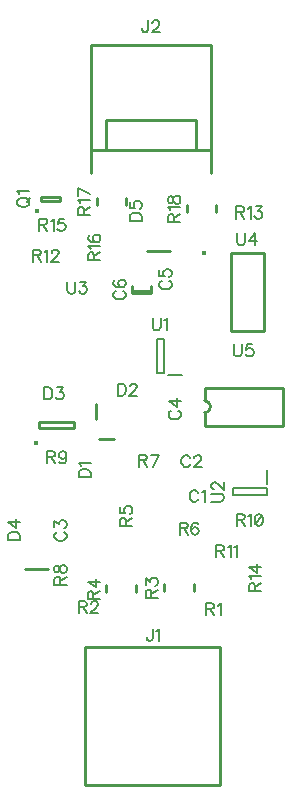
<source format=gto>
G04 DipTrace 3.3.1.3*
G04 REV0_DieselTach_Filter_MSP.gto*
%MOIN*%
G04 #@! TF.FileFunction,Legend,Top*
G04 #@! TF.Part,Single*
%ADD10C,0.009843*%
%ADD20C,0.015404*%
%ADD25C,0.01576*%
%ADD32C,0.007874*%
%ADD35C,0.015431*%
%ADD83C,0.006176*%
%FSLAX26Y26*%
G04*
G70*
G90*
G75*
G01*
G04 TopSilk*
%LPD*%
X881414Y2050738D2*
D10*
X818485D1*
X881414Y2043289D2*
X818485D1*
X881414D2*
Y2066848D1*
X818485Y2043289D2*
Y2066848D1*
X756201Y1558021D2*
X706198D1*
X698129Y1674952D2*
Y1624949D1*
D20*
X497648Y1544591D3*
X506849Y1594733D2*
D10*
X624954D1*
Y1614418D1*
X506849D1*
Y1594733D1*
X462449Y1122440D2*
X537449D1*
X868699Y2184940D2*
X943699D1*
X1112449Y402404D2*
X662449D1*
Y864918D1*
X1112449D1*
Y402404D1*
X731399Y2618706D2*
X1031199D1*
Y2518716D1*
X731399D1*
Y2618706D1*
X681199Y2868681D2*
X1081199D1*
Y2518716D1*
X681199D1*
Y2868681D1*
X1081199Y2543691D2*
Y2443701D1*
X681199Y2543691D2*
Y2443701D1*
X513137Y2350541D2*
X576134D1*
Y2362352D1*
X513137D1*
Y2350541D1*
D25*
X501329Y2317083D3*
X925733Y1049539D2*
D10*
Y1073098D1*
X1024166Y1049539D2*
Y1073098D1*
X830416Y1069112D2*
Y1045553D1*
X731983Y1069112D2*
Y1045553D1*
X700733Y2337039D2*
Y2360598D1*
X799166Y2337039D2*
Y2360598D1*
X1000733Y2312039D2*
Y2335598D1*
X1099166Y2312039D2*
Y2335598D1*
X923006Y1775361D2*
D32*
X899394D1*
Y1889539D1*
X923006D1*
Y1775361D1*
X984039Y1769464D2*
X936797D1*
X1267039Y1393006D2*
Y1369394D1*
X1152861D1*
Y1393006D1*
X1267039D1*
X1269009Y1454039D2*
Y1406797D1*
D35*
X1057255Y2175780D3*
X1146505Y2176819D2*
D10*
Y1916989D1*
X1256740Y2176819D2*
Y1916989D1*
X1146505D2*
X1256740D1*
X1146505Y2176819D2*
X1256740D1*
X1060179Y1600990D2*
X1320035D1*
X1060179Y1727258D2*
X1320035D1*
Y1600990D2*
Y1727258D1*
X1060179Y1600990D2*
Y1644376D1*
Y1683872D2*
Y1727258D1*
Y1644376D2*
G03X1060179Y1683872I1J19748D01*
G01*
X1038325Y1377413D2*
D83*
X1036424Y1381215D1*
X1032577Y1385062D1*
X1028774Y1386964D1*
X1021125D1*
X1017278Y1385062D1*
X1013476Y1381215D1*
X1011530Y1377413D1*
X1009629Y1371665D1*
Y1362070D1*
X1011530Y1356366D1*
X1013476Y1352520D1*
X1017278Y1348717D1*
X1021125Y1346771D1*
X1028774D1*
X1032577Y1348717D1*
X1036424Y1352520D1*
X1038325Y1356366D1*
X1050676Y1379270D2*
X1054523Y1381215D1*
X1060271Y1386919D1*
Y1346771D1*
X1011260Y1493664D2*
X1009358Y1497466D1*
X1005512Y1501313D1*
X1001709Y1503214D1*
X994060D1*
X990213Y1501313D1*
X986411Y1497466D1*
X984465Y1493664D1*
X982564Y1487916D1*
Y1478321D1*
X984465Y1472617D1*
X986411Y1468770D1*
X990213Y1464968D1*
X994060Y1463022D1*
X1001709D1*
X1005512Y1464968D1*
X1009358Y1468770D1*
X1011260Y1472617D1*
X1025557Y1493619D2*
Y1495521D1*
X1027458Y1499367D1*
X1029359Y1501269D1*
X1033206Y1503170D1*
X1040855D1*
X1044658Y1501269D1*
X1046559Y1499367D1*
X1048505Y1495521D1*
Y1491718D1*
X1046559Y1487871D1*
X1042756Y1482168D1*
X1023611Y1463022D1*
X1050406D1*
X568736Y1246940D2*
X564934Y1245039D1*
X561087Y1241192D1*
X559186Y1237390D1*
Y1229740D1*
X561087Y1225894D1*
X564934Y1222091D1*
X568736Y1220146D1*
X574484Y1218244D1*
X584079D1*
X589783Y1220146D1*
X593630Y1222091D1*
X597432Y1225894D1*
X599378Y1229740D1*
Y1237390D1*
X597432Y1241192D1*
X593630Y1245039D1*
X589783Y1246940D1*
X559230Y1263138D2*
Y1284141D1*
X574529Y1272689D1*
Y1278437D1*
X576430Y1282240D1*
X578331Y1284141D1*
X584079Y1286086D1*
X587882D1*
X593630Y1284141D1*
X597477Y1280338D1*
X599378Y1274590D1*
Y1268842D1*
X597477Y1263138D1*
X595531Y1261237D1*
X591729Y1259292D1*
X948893Y1651414D2*
X945091Y1649512D1*
X941244Y1645665D1*
X939343Y1641863D1*
Y1634214D1*
X941244Y1630367D1*
X945091Y1626564D1*
X948893Y1624619D1*
X954641Y1622718D1*
X964236D1*
X969940Y1624619D1*
X973787Y1626564D1*
X977589Y1630367D1*
X979535Y1634214D1*
Y1641863D1*
X977589Y1645665D1*
X973787Y1649512D1*
X969940Y1651413D1*
X979535Y1682910D2*
X939387D1*
X966137Y1663765D1*
Y1692461D1*
X918736Y2084440D2*
X914934Y2082539D1*
X911087Y2078692D1*
X909186Y2074890D1*
Y2067240D1*
X911087Y2063394D1*
X914934Y2059591D1*
X918736Y2057646D1*
X924484Y2055744D1*
X934079D1*
X939783Y2057646D1*
X943630Y2059591D1*
X947432Y2063394D1*
X949378Y2067240D1*
Y2074890D1*
X947432Y2078692D1*
X943630Y2082539D1*
X939783Y2084440D1*
X909230Y2119740D2*
Y2100638D1*
X926430Y2098737D1*
X924529Y2100638D1*
X922583Y2106386D1*
Y2112090D1*
X924529Y2117838D1*
X928331Y2121685D1*
X934079Y2123586D1*
X937882D1*
X943630Y2121685D1*
X947477Y2117838D1*
X949378Y2112090D1*
Y2106386D1*
X947477Y2100638D1*
X945531Y2098737D1*
X941729Y2096792D1*
X765488Y2050817D2*
X761686Y2048915D1*
X757839Y2045069D1*
X755938Y2041266D1*
Y2033617D1*
X757839Y2029770D1*
X761686Y2025967D1*
X765488Y2024022D1*
X771236Y2022121D1*
X780831D1*
X786535Y2024022D1*
X790382Y2025967D1*
X794184Y2029770D1*
X796130Y2033617D1*
Y2041266D1*
X794184Y2045068D1*
X790382Y2048915D1*
X786535Y2050817D1*
X761686Y2086116D2*
X757883Y2084215D1*
X755982Y2078467D1*
Y2074664D1*
X757883Y2068916D1*
X763631Y2065069D1*
X773182Y2063168D1*
X782733D1*
X790382Y2065069D1*
X794229Y2068916D1*
X796130Y2074664D1*
Y2076565D1*
X794229Y2082269D1*
X790382Y2086116D1*
X784634Y2088017D1*
X782733D1*
X776985Y2086116D1*
X773182Y2082269D1*
X771281Y2076565D1*
Y2074664D1*
X773182Y2068916D1*
X776985Y2065069D1*
X782733Y2063168D1*
X639550Y1428975D2*
X679742D1*
Y1442372D1*
X677797Y1448120D1*
X673994Y1451967D1*
X670147Y1453868D1*
X664443Y1455770D1*
X654849D1*
X649101Y1453868D1*
X645298Y1451967D1*
X641451Y1448120D1*
X639550Y1442372D1*
Y1428975D1*
X647244Y1468121D2*
X645298Y1471968D1*
X639594Y1477716D1*
X679742D1*
X769834Y1741600D2*
Y1701408D1*
X783232D1*
X788980Y1703353D1*
X792826Y1707156D1*
X794728Y1711003D1*
X796629Y1716707D1*
Y1726301D1*
X794728Y1732049D1*
X792826Y1735852D1*
X788980Y1739699D1*
X783232Y1741600D1*
X769834D1*
X810926Y1732005D2*
Y1733906D1*
X812827Y1737753D1*
X814728Y1739654D1*
X818575Y1741556D1*
X826224D1*
X830027Y1739654D1*
X831928Y1737753D1*
X833874Y1733906D1*
Y1730104D1*
X831928Y1726257D1*
X828126Y1720553D1*
X808980Y1701408D1*
X835775D1*
X524480Y1729099D2*
Y1688907D1*
X537877D1*
X543625Y1690852D1*
X547472Y1694655D1*
X549373Y1698501D1*
X551274Y1704205D1*
Y1713800D1*
X549373Y1719548D1*
X547472Y1723351D1*
X543625Y1727197D1*
X537877Y1729099D1*
X524480D1*
X567472Y1729054D2*
X588475D1*
X577023Y1713756D1*
X582771D1*
X586574Y1711855D1*
X588475Y1709953D1*
X590420Y1704205D1*
Y1700403D1*
X588475Y1694655D1*
X584672Y1690808D1*
X578924Y1688907D1*
X573176D1*
X567472Y1690808D1*
X565571Y1692753D1*
X563626Y1696556D1*
X403871Y1221246D2*
X444063D1*
Y1234643D1*
X442117Y1240391D1*
X438315Y1244238D1*
X434468Y1246139D1*
X428764Y1248040D1*
X419170D1*
X413422Y1246139D1*
X409619Y1244238D1*
X405772Y1240391D1*
X403871Y1234643D1*
Y1221246D1*
X444063Y1279537D2*
X403915D1*
X430666Y1260392D1*
Y1289088D1*
X810121Y2284696D2*
X850313D1*
Y2298094D1*
X848367Y2303842D1*
X844565Y2307688D1*
X840718Y2309590D1*
X835014Y2311491D1*
X825420D1*
X819672Y2309590D1*
X815869Y2307688D1*
X812022Y2303842D1*
X810121Y2298094D1*
Y2284696D1*
X810165Y2346790D2*
Y2327689D1*
X827365Y2325788D1*
X825464Y2327689D1*
X823518Y2333437D1*
Y2339141D1*
X825464Y2344889D1*
X829266Y2348736D1*
X835014Y2350637D1*
X838817D1*
X844565Y2348736D1*
X848412Y2344889D1*
X850313Y2339141D1*
Y2333437D1*
X848412Y2327689D1*
X846466Y2325788D1*
X842664Y2323842D1*
X886049Y923496D2*
Y892899D1*
X884148Y887151D1*
X882202Y885250D1*
X878400Y883304D1*
X874553D1*
X870750Y885250D1*
X868849Y887151D1*
X866904Y892899D1*
Y896702D1*
X898400Y915803D2*
X902247Y917748D1*
X907995Y923452D1*
Y883304D1*
X871199Y2952279D2*
Y2921682D1*
X869298Y2915934D1*
X867352Y2914033D1*
X863550Y2912087D1*
X859703D1*
X855900Y2914033D1*
X853999Y2915934D1*
X852054Y2921682D1*
Y2925484D1*
X885496Y2942684D2*
Y2944586D1*
X887397Y2948432D1*
X889298Y2950334D1*
X893145Y2952235D1*
X900794D1*
X904597Y2950334D1*
X906498Y2948432D1*
X908444Y2944586D1*
Y2940783D1*
X906498Y2936936D1*
X902696Y2931232D1*
X883550Y2912087D1*
X910345D1*
X434871Y2341649D2*
X436728Y2337847D1*
X440575Y2334000D1*
X444421Y2332099D1*
X450169Y2330153D1*
X459720D1*
X465468Y2332099D1*
X469271Y2334000D1*
X473117Y2337847D1*
X475019Y2341649D1*
Y2349298D1*
X473117Y2353145D1*
X469271Y2356948D1*
X465468Y2358849D1*
X459720Y2360794D1*
X450170D1*
X444422Y2358849D1*
X440575Y2356948D1*
X436728Y2353145D1*
X434871Y2349298D1*
Y2341649D1*
X467369Y2347397D2*
X478865Y2358849D1*
X442564Y2373146D2*
X440619Y2376993D1*
X434915Y2382741D1*
X475063D1*
X1065293Y990319D2*
X1082493D1*
X1088241Y992264D1*
X1090187Y994166D1*
X1092088Y997968D1*
Y1001815D1*
X1090187Y1005617D1*
X1088241Y1007563D1*
X1082493Y1009464D1*
X1065293D1*
Y969272D1*
X1078691Y990319D2*
X1092088Y969272D1*
X1104440Y1001771D2*
X1108286Y1003716D1*
X1114034Y1009420D1*
Y969272D1*
X639764Y996569D2*
X656964D1*
X662712Y998514D1*
X664658Y1000416D1*
X666559Y1004218D1*
Y1008065D1*
X664658Y1011867D1*
X662712Y1013813D1*
X656964Y1015714D1*
X639764D1*
Y975522D1*
X653162Y996569D2*
X666559Y975522D1*
X680856Y1006119D2*
Y1008021D1*
X682757Y1011867D1*
X684659Y1013769D1*
X688505Y1015670D1*
X696155D1*
X699957Y1013769D1*
X701858Y1011867D1*
X703804Y1008021D1*
Y1004218D1*
X701858Y1000371D1*
X698056Y994668D1*
X678910Y975522D1*
X705705D1*
X882367Y1028349D2*
Y1045548D1*
X880421Y1051296D1*
X878520Y1053242D1*
X874717Y1055143D1*
X870871D1*
X867068Y1053242D1*
X865123Y1051296D1*
X863221Y1045548D1*
Y1028349D1*
X903413D1*
X882367Y1041746D2*
X903413Y1055143D1*
X863266Y1071341D2*
Y1092344D1*
X878564Y1080892D1*
Y1086640D1*
X880465Y1090442D1*
X882367Y1092344D1*
X888115Y1094289D1*
X891917D1*
X897665Y1092344D1*
X901512Y1088541D1*
X903413Y1082793D1*
Y1077045D1*
X901512Y1071341D1*
X899567Y1069440D1*
X895764Y1067494D1*
X688617Y1023412D2*
Y1040612D1*
X686671Y1046360D1*
X684770Y1048305D1*
X680967Y1050206D1*
X677121D1*
X673318Y1048305D1*
X671373Y1046360D1*
X669471Y1040612D1*
Y1023412D1*
X709663D1*
X688617Y1036809D2*
X709663Y1050206D1*
Y1081703D2*
X669516D1*
X696266Y1062558D1*
Y1091254D1*
X797082Y1268230D2*
Y1285430D1*
X795136Y1291178D1*
X793235Y1293123D1*
X789433Y1295024D1*
X785586D1*
X781783Y1293123D1*
X779838Y1291178D1*
X777937Y1285430D1*
X777936Y1268230D1*
X818129D1*
X797082Y1281627D2*
X818129Y1295024D1*
X777981Y1330324D2*
Y1311223D1*
X795181Y1309321D1*
X793279Y1311223D1*
X791334Y1316971D1*
Y1322674D1*
X793279Y1328422D1*
X797082Y1332269D1*
X802830Y1334170D1*
X806632D1*
X812381Y1332269D1*
X816227Y1328422D1*
X818129Y1322674D1*
Y1316971D1*
X816227Y1311222D1*
X814282Y1309321D1*
X810479Y1307376D1*
X976416Y1259069D2*
X993616D1*
X999364Y1261014D1*
X1001310Y1262916D1*
X1003211Y1266718D1*
Y1270565D1*
X1001310Y1274367D1*
X999364Y1276313D1*
X993616Y1278214D1*
X976416D1*
Y1238022D1*
X989814Y1259069D2*
X1003211Y1238022D1*
X1038510Y1272466D2*
X1036609Y1276269D1*
X1030861Y1278170D1*
X1027058D1*
X1021310Y1276269D1*
X1017464Y1270521D1*
X1015562Y1260970D1*
Y1251419D1*
X1017464Y1243770D1*
X1021310Y1239923D1*
X1027058Y1238022D1*
X1028960D1*
X1034664Y1239923D1*
X1038510Y1243770D1*
X1040412Y1249518D1*
Y1251419D1*
X1038510Y1257168D1*
X1034664Y1260970D1*
X1028960Y1262871D1*
X1027058D1*
X1021310Y1260970D1*
X1017464Y1257168D1*
X1015562Y1251419D1*
X840730Y1485318D2*
X857930D1*
X863678Y1487264D1*
X865623Y1489165D1*
X867524Y1492967D1*
Y1496814D1*
X865623Y1500617D1*
X863678Y1502562D1*
X857930Y1504464D1*
X840730D1*
Y1464271D1*
X854127Y1485318D2*
X867524Y1464271D1*
X887525D2*
X906670Y1504419D1*
X879876D1*
X578331Y1071038D2*
Y1088238D1*
X576386Y1093986D1*
X574485Y1095931D1*
X570682Y1097833D1*
X566835D1*
X563033Y1095931D1*
X561087Y1093986D1*
X559186Y1088238D1*
Y1071038D1*
X599378D1*
X578331Y1084435D2*
X599378Y1097833D1*
X559230Y1119735D2*
X561131Y1114031D1*
X564934Y1112085D1*
X568781D1*
X572583Y1114031D1*
X574529Y1117833D1*
X576430Y1125483D1*
X578331Y1131231D1*
X582178Y1135033D1*
X585981Y1136934D1*
X591729D1*
X595531Y1135033D1*
X597477Y1133132D1*
X599378Y1127384D1*
Y1119734D1*
X597477Y1114031D1*
X595531Y1112085D1*
X591729Y1110184D1*
X585981D1*
X582178Y1112085D1*
X578331Y1115932D1*
X576430Y1121636D1*
X574529Y1129285D1*
X572583Y1133132D1*
X568781Y1135033D1*
X564934D1*
X561131Y1133132D1*
X559230Y1127384D1*
Y1119735D1*
X534465Y1496569D2*
X551665D1*
X557413Y1498514D1*
X559358Y1500416D1*
X561260Y1504218D1*
Y1508065D1*
X559358Y1511867D1*
X557413Y1513813D1*
X551665Y1515714D1*
X534465D1*
Y1475522D1*
X547862Y1496569D2*
X561260Y1475522D1*
X598505Y1502317D2*
X596559Y1496569D1*
X592756Y1492722D1*
X587008Y1490821D1*
X585107D1*
X579359Y1492722D1*
X575557Y1496569D1*
X573611Y1502317D1*
Y1504218D1*
X575557Y1509966D1*
X579359Y1513769D1*
X585107Y1515670D1*
X587008D1*
X592756Y1513769D1*
X596559Y1509966D1*
X598505Y1502317D1*
Y1492722D1*
X596559Y1483171D1*
X592756Y1477423D1*
X587008Y1475522D1*
X583206D1*
X577458Y1477423D1*
X575557Y1481270D1*
X1166007Y1287818D2*
X1183206D1*
X1188954Y1289764D1*
X1190900Y1291665D1*
X1192801Y1295467D1*
Y1299314D1*
X1190900Y1303117D1*
X1188954Y1305062D1*
X1183206Y1306964D1*
X1166007D1*
Y1266771D1*
X1179404Y1287818D2*
X1192801Y1266771D1*
X1205153Y1299270D2*
X1208999Y1301215D1*
X1214747Y1306919D1*
Y1266771D1*
X1238595Y1306919D2*
X1232847Y1305018D1*
X1229000Y1299270D1*
X1227099Y1289719D1*
Y1283971D1*
X1229000Y1274421D1*
X1232847Y1268673D1*
X1238595Y1266771D1*
X1242397D1*
X1248145Y1268673D1*
X1251948Y1274421D1*
X1253893Y1283971D1*
Y1289719D1*
X1251948Y1299270D1*
X1248145Y1305018D1*
X1242397Y1306919D1*
X1238595D1*
X1251948Y1299270D2*
X1229000Y1274421D1*
X1098070Y1184069D2*
X1115270D1*
X1121018Y1186014D1*
X1122964Y1187916D1*
X1124865Y1191718D1*
Y1195565D1*
X1122964Y1199367D1*
X1121018Y1201313D1*
X1115270Y1203214D1*
X1098070D1*
Y1163022D1*
X1111468Y1184069D2*
X1124865Y1163022D1*
X1137216Y1195521D2*
X1141063Y1197466D1*
X1146811Y1203170D1*
Y1163022D1*
X1159163Y1195521D2*
X1163009Y1197466D1*
X1168757Y1203170D1*
Y1163022D1*
X487157Y2168911D2*
X504357D1*
X510105Y2170857D1*
X512051Y2172758D1*
X513952Y2176561D1*
Y2180407D1*
X512051Y2184210D1*
X510105Y2186155D1*
X504357Y2188057D1*
X487157D1*
Y2147865D1*
X500555Y2168911D2*
X513952Y2147865D1*
X526304Y2180363D2*
X530150Y2182309D1*
X535898Y2188012D1*
Y2147865D1*
X550195Y2178462D2*
Y2180363D1*
X552096Y2184210D1*
X553998Y2186111D1*
X557845Y2188012D1*
X565494D1*
X569296Y2186111D1*
X571198Y2184210D1*
X573143Y2180363D1*
Y2176561D1*
X571198Y2172714D1*
X567395Y2167010D1*
X548250Y2147865D1*
X575044D1*
X1164757Y2312818D2*
X1181956D1*
X1187704Y2314764D1*
X1189650Y2316665D1*
X1191551Y2320467D1*
Y2324314D1*
X1189650Y2328117D1*
X1187704Y2330062D1*
X1181956Y2331964D1*
X1164757D1*
Y2291771D1*
X1178154Y2312818D2*
X1191551Y2291771D1*
X1203903Y2324270D2*
X1207749Y2326215D1*
X1213497Y2331919D1*
Y2291771D1*
X1229696Y2331919D2*
X1250698D1*
X1239246Y2316621D1*
X1244994D1*
X1248797Y2314719D1*
X1250698Y2312818D1*
X1252643Y2307070D1*
Y2303268D1*
X1250698Y2297520D1*
X1246895Y2293673D1*
X1241147Y2291771D1*
X1235399D1*
X1229696Y2293673D1*
X1227794Y2295618D1*
X1225849Y2299421D1*
X1227239Y1050056D2*
Y1067256D1*
X1225294Y1073004D1*
X1223393Y1074949D1*
X1219590Y1076851D1*
X1215743D1*
X1211941Y1074949D1*
X1209995Y1073004D1*
X1208094Y1067256D1*
Y1050056D1*
X1248286D1*
X1227239Y1063453D2*
X1248286Y1076851D1*
X1215788Y1089202D2*
X1213842Y1093049D1*
X1208138Y1098797D1*
X1248286D1*
Y1130294D2*
X1208138D1*
X1234889Y1111148D1*
Y1139844D1*
X508220Y2271569D2*
X525420D1*
X531168Y2273514D1*
X533114Y2275416D1*
X535015Y2279218D1*
Y2283065D1*
X533114Y2286867D1*
X531168Y2288813D1*
X525420Y2290714D1*
X508220D1*
Y2250522D1*
X521618Y2271569D2*
X535015Y2250522D1*
X547367Y2283021D2*
X551213Y2284966D1*
X556961Y2290670D1*
Y2250522D1*
X592261Y2290670D2*
X573159D1*
X571258Y2273470D1*
X573159Y2275371D1*
X578907Y2277317D1*
X584611D1*
X590359Y2275371D1*
X594206Y2271569D1*
X596107Y2265821D1*
Y2262018D1*
X594206Y2256270D1*
X590359Y2252423D1*
X584611Y2250522D1*
X578907D1*
X573159Y2252423D1*
X571258Y2254369D1*
X569313Y2258171D1*
X690832Y2151979D2*
Y2169179D1*
X688886Y2174927D1*
X686985Y2176873D1*
X683183Y2178774D1*
X679336D1*
X675533Y2176873D1*
X673588Y2174927D1*
X671687Y2169179D1*
X671686Y2151979D1*
X711879D1*
X690832Y2165377D2*
X711879Y2178774D1*
X679380Y2191125D2*
X677435Y2194972D1*
X671731Y2200720D1*
X711879D1*
X677435Y2236019D2*
X673632Y2234118D1*
X671731Y2228370D1*
Y2224568D1*
X673632Y2218820D1*
X679380Y2214973D1*
X688931Y2213072D1*
X698481D1*
X706131Y2214973D1*
X709977Y2218820D1*
X711879Y2224568D1*
Y2226469D1*
X709977Y2232173D1*
X706131Y2236019D1*
X700382Y2237921D1*
X698481D1*
X692733Y2236019D1*
X688931Y2232173D1*
X687029Y2226469D1*
Y2224568D1*
X688931Y2218820D1*
X692733Y2214973D1*
X698481Y2213072D1*
X657367Y2304875D2*
Y2322075D1*
X655421Y2327823D1*
X653520Y2329769D1*
X649717Y2331670D1*
X645871D1*
X642068Y2329769D1*
X640123Y2327823D1*
X638221Y2322075D1*
Y2304875D1*
X678413D1*
X657367Y2318273D2*
X678413Y2331670D1*
X645915Y2344021D2*
X643969Y2347868D1*
X638266Y2353616D1*
X678413D1*
Y2373617D2*
X638266Y2392762D1*
Y2365968D1*
X957367Y2279898D2*
Y2297097D1*
X955421Y2302845D1*
X953520Y2304791D1*
X949717Y2306692D1*
X945871D1*
X942068Y2304791D1*
X940123Y2302845D1*
X938221Y2297097D1*
Y2279898D1*
X978413D1*
X957367Y2293295D2*
X978413Y2306692D1*
X945915Y2319044D2*
X943969Y2322890D1*
X938266Y2328638D1*
X978413D1*
X938266Y2350540D2*
X940167Y2344836D1*
X943969Y2342891D1*
X947816D1*
X951619Y2344836D1*
X953564Y2348639D1*
X955465Y2356288D1*
X957367Y2362036D1*
X961213Y2365839D1*
X965016Y2367740D1*
X970764D1*
X974567Y2365839D1*
X976512Y2363938D1*
X978413Y2358190D1*
Y2350540D1*
X976512Y2344836D1*
X974567Y2342891D1*
X970764Y2340990D1*
X965016D1*
X961213Y2342891D1*
X957367Y2346738D1*
X955465Y2352442D1*
X953564Y2360091D1*
X951619Y2363938D1*
X947816Y2365839D1*
X943969D1*
X940167Y2363938D1*
X938266Y2358190D1*
Y2350540D1*
X886830Y1959926D2*
Y1931230D1*
X888731Y1925482D1*
X892578Y1921680D1*
X898326Y1919734D1*
X902128D1*
X907876Y1921680D1*
X911723Y1925482D1*
X913624Y1931230D1*
Y1959926D1*
X925976Y1952233D2*
X929822Y1954178D1*
X935570Y1959882D1*
Y1919734D1*
X1082474Y1348230D2*
X1111170D1*
X1116918Y1350131D1*
X1120720Y1353978D1*
X1122666Y1359726D1*
Y1363528D1*
X1120720Y1369276D1*
X1116918Y1373123D1*
X1111170Y1375024D1*
X1082474D1*
X1092069Y1389321D2*
X1090167D1*
X1086321Y1391223D1*
X1084419Y1393124D1*
X1082518Y1396971D1*
Y1404620D1*
X1084419Y1408422D1*
X1086321Y1410324D1*
X1090167Y1412269D1*
X1093970D1*
X1097817Y1410324D1*
X1103521Y1406521D1*
X1122666Y1387376D1*
Y1414170D1*
X601980Y2081528D2*
Y2052833D1*
X603881Y2047084D1*
X607728Y2043282D1*
X613476Y2041336D1*
X617278D1*
X623026Y2043282D1*
X626873Y2047084D1*
X628774Y2052833D1*
Y2081528D1*
X644972Y2081484D2*
X665975D1*
X654523Y2066186D1*
X660271D1*
X664074Y2064284D1*
X665975Y2062383D1*
X667920Y2056635D1*
Y2052833D1*
X665975Y2047084D1*
X662172Y2043238D1*
X656424Y2041336D1*
X650676D1*
X644972Y2043238D1*
X643071Y2045183D1*
X641126Y2048986D1*
X1167702Y2242060D2*
Y2213364D1*
X1169603Y2207616D1*
X1173450Y2203813D1*
X1179198Y2201868D1*
X1183000D1*
X1188748Y2203813D1*
X1192595Y2207616D1*
X1194496Y2213364D1*
Y2242060D1*
X1225993Y2201868D2*
Y2242016D1*
X1206848Y2215265D1*
X1235544D1*
X1157136Y1872309D2*
Y1843613D1*
X1159038Y1837865D1*
X1162884Y1834062D1*
X1168633Y1832117D1*
X1172435D1*
X1178183Y1834062D1*
X1182030Y1837865D1*
X1183931Y1843613D1*
Y1872309D1*
X1219230Y1872264D2*
X1200129D1*
X1198228Y1855065D1*
X1200129Y1856966D1*
X1205877Y1858911D1*
X1211581D1*
X1217329Y1856966D1*
X1221176Y1853163D1*
X1223077Y1847415D1*
Y1843613D1*
X1221176Y1837865D1*
X1217329Y1834018D1*
X1211581Y1832117D1*
X1205877D1*
X1200129Y1834018D1*
X1198228Y1835963D1*
X1196283Y1839766D1*
M02*

</source>
